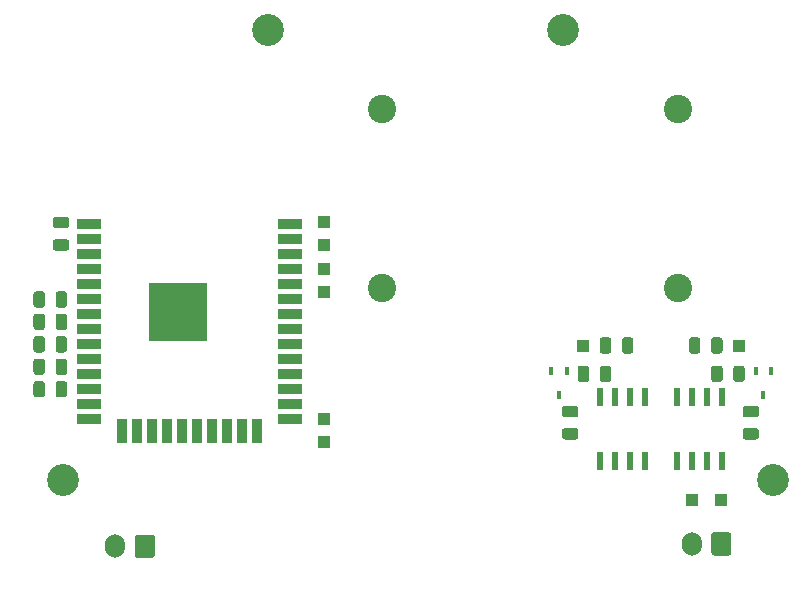
<source format=gts>
G04 #@! TF.GenerationSoftware,KiCad,Pcbnew,(5.1.9-0-10_14)*
G04 #@! TF.CreationDate,2021-10-10T20:01:10+11:00*
G04 #@! TF.ProjectId,Control Board,436f6e74-726f-46c2-9042-6f6172642e6b,rev?*
G04 #@! TF.SameCoordinates,Original*
G04 #@! TF.FileFunction,Soldermask,Top*
G04 #@! TF.FilePolarity,Negative*
%FSLAX46Y46*%
G04 Gerber Fmt 4.6, Leading zero omitted, Abs format (unit mm)*
G04 Created by KiCad (PCBNEW (5.1.9-0-10_14)) date 2021-10-10 20:01:10*
%MOMM*%
%LPD*%
G01*
G04 APERTURE LIST*
%ADD10C,2.700000*%
%ADD11R,1.000000X1.000000*%
%ADD12R,2.000000X0.900000*%
%ADD13R,0.900000X2.000000*%
%ADD14R,5.000000X5.000000*%
%ADD15O,1.700000X2.000000*%
%ADD16C,2.400000*%
%ADD17R,0.450000X0.700000*%
%ADD18R,0.600000X1.550000*%
G04 APERTURE END LIST*
D10*
X139300000Y-140500000D03*
X79200000Y-140500000D03*
X121500000Y-102400000D03*
X96500000Y-102400000D03*
D11*
X101300000Y-137300000D03*
X101300000Y-118600000D03*
X101300000Y-135300000D03*
X101300000Y-122600000D03*
X101300000Y-124600000D03*
X101300000Y-120600000D03*
X136400000Y-129100000D03*
X132400000Y-142200000D03*
X134900000Y-142200000D03*
X123225000Y-129100000D03*
D12*
X98400000Y-118790000D03*
X98400000Y-120060000D03*
X98400000Y-121330000D03*
X98400000Y-122600000D03*
X98400000Y-123870000D03*
X98400000Y-125140000D03*
X98400000Y-126410000D03*
X98400000Y-127680000D03*
X98400000Y-128950000D03*
X98400000Y-130220000D03*
X98400000Y-131490000D03*
X98400000Y-132760000D03*
X98400000Y-134030000D03*
X98400000Y-135300000D03*
D13*
X95615000Y-136300000D03*
X94345000Y-136300000D03*
X93075000Y-136300000D03*
X91805000Y-136300000D03*
X90535000Y-136300000D03*
X89265000Y-136300000D03*
X87995000Y-136300000D03*
X86725000Y-136300000D03*
X85455000Y-136300000D03*
X84185000Y-136300000D03*
D12*
X81400000Y-135300000D03*
X81400000Y-134030000D03*
X81400000Y-132760000D03*
X81400000Y-131490000D03*
X81400000Y-130220000D03*
X81400000Y-128950000D03*
X81400000Y-127680000D03*
X81400000Y-126410000D03*
X81400000Y-125140000D03*
X81400000Y-123870000D03*
X81400000Y-122600000D03*
X81400000Y-121330000D03*
X81400000Y-120060000D03*
X81400000Y-118790000D03*
D14*
X88900000Y-126290000D03*
G36*
G01*
X86950000Y-145350000D02*
X86950000Y-146850000D01*
G75*
G02*
X86700000Y-147100000I-250000J0D01*
G01*
X85500000Y-147100000D01*
G75*
G02*
X85250000Y-146850000I0J250000D01*
G01*
X85250000Y-145350000D01*
G75*
G02*
X85500000Y-145100000I250000J0D01*
G01*
X86700000Y-145100000D01*
G75*
G02*
X86950000Y-145350000I0J-250000D01*
G01*
G37*
D15*
X83600000Y-146100000D03*
G36*
G01*
X78537500Y-125656250D02*
X78537500Y-124743750D01*
G75*
G02*
X78781250Y-124500000I243750J0D01*
G01*
X79268750Y-124500000D01*
G75*
G02*
X79512500Y-124743750I0J-243750D01*
G01*
X79512500Y-125656250D01*
G75*
G02*
X79268750Y-125900000I-243750J0D01*
G01*
X78781250Y-125900000D01*
G75*
G02*
X78537500Y-125656250I0J243750D01*
G01*
G37*
G36*
G01*
X76662500Y-125656250D02*
X76662500Y-124743750D01*
G75*
G02*
X76906250Y-124500000I243750J0D01*
G01*
X77393750Y-124500000D01*
G75*
G02*
X77637500Y-124743750I0J-243750D01*
G01*
X77637500Y-125656250D01*
G75*
G02*
X77393750Y-125900000I-243750J0D01*
G01*
X76906250Y-125900000D01*
G75*
G02*
X76662500Y-125656250I0J243750D01*
G01*
G37*
D16*
X106150000Y-109100000D03*
X106150000Y-124210000D03*
X131250000Y-109100000D03*
X131250000Y-124210000D03*
G36*
G01*
X135912500Y-131956250D02*
X135912500Y-131043750D01*
G75*
G02*
X136156250Y-130800000I243750J0D01*
G01*
X136643750Y-130800000D01*
G75*
G02*
X136887500Y-131043750I0J-243750D01*
G01*
X136887500Y-131956250D01*
G75*
G02*
X136643750Y-132200000I-243750J0D01*
G01*
X136156250Y-132200000D01*
G75*
G02*
X135912500Y-131956250I0J243750D01*
G01*
G37*
G36*
G01*
X134037500Y-131956250D02*
X134037500Y-131043750D01*
G75*
G02*
X134281250Y-130800000I243750J0D01*
G01*
X134768750Y-130800000D01*
G75*
G02*
X135012500Y-131043750I0J-243750D01*
G01*
X135012500Y-131956250D01*
G75*
G02*
X134768750Y-132200000I-243750J0D01*
G01*
X134281250Y-132200000D01*
G75*
G02*
X134037500Y-131956250I0J243750D01*
G01*
G37*
G36*
G01*
X133137500Y-128643750D02*
X133137500Y-129556250D01*
G75*
G02*
X132893750Y-129800000I-243750J0D01*
G01*
X132406250Y-129800000D01*
G75*
G02*
X132162500Y-129556250I0J243750D01*
G01*
X132162500Y-128643750D01*
G75*
G02*
X132406250Y-128400000I243750J0D01*
G01*
X132893750Y-128400000D01*
G75*
G02*
X133137500Y-128643750I0J-243750D01*
G01*
G37*
G36*
G01*
X135012500Y-128643750D02*
X135012500Y-129556250D01*
G75*
G02*
X134768750Y-129800000I-243750J0D01*
G01*
X134281250Y-129800000D01*
G75*
G02*
X134037500Y-129556250I0J243750D01*
G01*
X134037500Y-128643750D01*
G75*
G02*
X134281250Y-128400000I243750J0D01*
G01*
X134768750Y-128400000D01*
G75*
G02*
X135012500Y-128643750I0J-243750D01*
G01*
G37*
G36*
G01*
X137856250Y-135187500D02*
X136943750Y-135187500D01*
G75*
G02*
X136700000Y-134943750I0J243750D01*
G01*
X136700000Y-134456250D01*
G75*
G02*
X136943750Y-134212500I243750J0D01*
G01*
X137856250Y-134212500D01*
G75*
G02*
X138100000Y-134456250I0J-243750D01*
G01*
X138100000Y-134943750D01*
G75*
G02*
X137856250Y-135187500I-243750J0D01*
G01*
G37*
G36*
G01*
X137856250Y-137062500D02*
X136943750Y-137062500D01*
G75*
G02*
X136700000Y-136818750I0J243750D01*
G01*
X136700000Y-136331250D01*
G75*
G02*
X136943750Y-136087500I243750J0D01*
G01*
X137856250Y-136087500D01*
G75*
G02*
X138100000Y-136331250I0J-243750D01*
G01*
X138100000Y-136818750D01*
G75*
G02*
X137856250Y-137062500I-243750J0D01*
G01*
G37*
G36*
G01*
X122556250Y-135187500D02*
X121643750Y-135187500D01*
G75*
G02*
X121400000Y-134943750I0J243750D01*
G01*
X121400000Y-134456250D01*
G75*
G02*
X121643750Y-134212500I243750J0D01*
G01*
X122556250Y-134212500D01*
G75*
G02*
X122800000Y-134456250I0J-243750D01*
G01*
X122800000Y-134943750D01*
G75*
G02*
X122556250Y-135187500I-243750J0D01*
G01*
G37*
G36*
G01*
X122556250Y-137062500D02*
X121643750Y-137062500D01*
G75*
G02*
X121400000Y-136818750I0J243750D01*
G01*
X121400000Y-136331250D01*
G75*
G02*
X121643750Y-136087500I243750J0D01*
G01*
X122556250Y-136087500D01*
G75*
G02*
X122800000Y-136331250I0J-243750D01*
G01*
X122800000Y-136818750D01*
G75*
G02*
X122556250Y-137062500I-243750J0D01*
G01*
G37*
G36*
G01*
X126487500Y-129556250D02*
X126487500Y-128643750D01*
G75*
G02*
X126731250Y-128400000I243750J0D01*
G01*
X127218750Y-128400000D01*
G75*
G02*
X127462500Y-128643750I0J-243750D01*
G01*
X127462500Y-129556250D01*
G75*
G02*
X127218750Y-129800000I-243750J0D01*
G01*
X126731250Y-129800000D01*
G75*
G02*
X126487500Y-129556250I0J243750D01*
G01*
G37*
G36*
G01*
X124612500Y-129556250D02*
X124612500Y-128643750D01*
G75*
G02*
X124856250Y-128400000I243750J0D01*
G01*
X125343750Y-128400000D01*
G75*
G02*
X125587500Y-128643750I0J-243750D01*
G01*
X125587500Y-129556250D01*
G75*
G02*
X125343750Y-129800000I-243750J0D01*
G01*
X124856250Y-129800000D01*
G75*
G02*
X124612500Y-129556250I0J243750D01*
G01*
G37*
G36*
G01*
X124612500Y-131956250D02*
X124612500Y-131043750D01*
G75*
G02*
X124856250Y-130800000I243750J0D01*
G01*
X125343750Y-130800000D01*
G75*
G02*
X125587500Y-131043750I0J-243750D01*
G01*
X125587500Y-131956250D01*
G75*
G02*
X125343750Y-132200000I-243750J0D01*
G01*
X124856250Y-132200000D01*
G75*
G02*
X124612500Y-131956250I0J243750D01*
G01*
G37*
G36*
G01*
X122737500Y-131956250D02*
X122737500Y-131043750D01*
G75*
G02*
X122981250Y-130800000I243750J0D01*
G01*
X123468750Y-130800000D01*
G75*
G02*
X123712500Y-131043750I0J-243750D01*
G01*
X123712500Y-131956250D01*
G75*
G02*
X123468750Y-132200000I-243750J0D01*
G01*
X122981250Y-132200000D01*
G75*
G02*
X122737500Y-131956250I0J243750D01*
G01*
G37*
G36*
G01*
X78537500Y-129456250D02*
X78537500Y-128543750D01*
G75*
G02*
X78781250Y-128300000I243750J0D01*
G01*
X79268750Y-128300000D01*
G75*
G02*
X79512500Y-128543750I0J-243750D01*
G01*
X79512500Y-129456250D01*
G75*
G02*
X79268750Y-129700000I-243750J0D01*
G01*
X78781250Y-129700000D01*
G75*
G02*
X78537500Y-129456250I0J243750D01*
G01*
G37*
G36*
G01*
X76662500Y-129456250D02*
X76662500Y-128543750D01*
G75*
G02*
X76906250Y-128300000I243750J0D01*
G01*
X77393750Y-128300000D01*
G75*
G02*
X77637500Y-128543750I0J-243750D01*
G01*
X77637500Y-129456250D01*
G75*
G02*
X77393750Y-129700000I-243750J0D01*
G01*
X76906250Y-129700000D01*
G75*
G02*
X76662500Y-129456250I0J243750D01*
G01*
G37*
G36*
G01*
X78537500Y-127556250D02*
X78537500Y-126643750D01*
G75*
G02*
X78781250Y-126400000I243750J0D01*
G01*
X79268750Y-126400000D01*
G75*
G02*
X79512500Y-126643750I0J-243750D01*
G01*
X79512500Y-127556250D01*
G75*
G02*
X79268750Y-127800000I-243750J0D01*
G01*
X78781250Y-127800000D01*
G75*
G02*
X78537500Y-127556250I0J243750D01*
G01*
G37*
G36*
G01*
X76662500Y-127556250D02*
X76662500Y-126643750D01*
G75*
G02*
X76906250Y-126400000I243750J0D01*
G01*
X77393750Y-126400000D01*
G75*
G02*
X77637500Y-126643750I0J-243750D01*
G01*
X77637500Y-127556250D01*
G75*
G02*
X77393750Y-127800000I-243750J0D01*
G01*
X76906250Y-127800000D01*
G75*
G02*
X76662500Y-127556250I0J243750D01*
G01*
G37*
G36*
G01*
X78537500Y-133256250D02*
X78537500Y-132343750D01*
G75*
G02*
X78781250Y-132100000I243750J0D01*
G01*
X79268750Y-132100000D01*
G75*
G02*
X79512500Y-132343750I0J-243750D01*
G01*
X79512500Y-133256250D01*
G75*
G02*
X79268750Y-133500000I-243750J0D01*
G01*
X78781250Y-133500000D01*
G75*
G02*
X78537500Y-133256250I0J243750D01*
G01*
G37*
G36*
G01*
X76662500Y-133256250D02*
X76662500Y-132343750D01*
G75*
G02*
X76906250Y-132100000I243750J0D01*
G01*
X77393750Y-132100000D01*
G75*
G02*
X77637500Y-132343750I0J-243750D01*
G01*
X77637500Y-133256250D01*
G75*
G02*
X77393750Y-133500000I-243750J0D01*
G01*
X76906250Y-133500000D01*
G75*
G02*
X76662500Y-133256250I0J243750D01*
G01*
G37*
G36*
G01*
X79456250Y-119187500D02*
X78543750Y-119187500D01*
G75*
G02*
X78300000Y-118943750I0J243750D01*
G01*
X78300000Y-118456250D01*
G75*
G02*
X78543750Y-118212500I243750J0D01*
G01*
X79456250Y-118212500D01*
G75*
G02*
X79700000Y-118456250I0J-243750D01*
G01*
X79700000Y-118943750D01*
G75*
G02*
X79456250Y-119187500I-243750J0D01*
G01*
G37*
G36*
G01*
X79456250Y-121062500D02*
X78543750Y-121062500D01*
G75*
G02*
X78300000Y-120818750I0J243750D01*
G01*
X78300000Y-120331250D01*
G75*
G02*
X78543750Y-120087500I243750J0D01*
G01*
X79456250Y-120087500D01*
G75*
G02*
X79700000Y-120331250I0J-243750D01*
G01*
X79700000Y-120818750D01*
G75*
G02*
X79456250Y-121062500I-243750J0D01*
G01*
G37*
D17*
X138450000Y-133250000D03*
X137800000Y-131250000D03*
X139100000Y-131250000D03*
X121150000Y-133250000D03*
X120500000Y-131250000D03*
X121800000Y-131250000D03*
D18*
X134970000Y-133500000D03*
X133700000Y-133500000D03*
X132430000Y-133500000D03*
X131160000Y-133500000D03*
X131160000Y-138900000D03*
X132430000Y-138900000D03*
X133700000Y-138900000D03*
X134970000Y-138900000D03*
X128440000Y-138900000D03*
X127170000Y-138900000D03*
X125900000Y-138900000D03*
X124630000Y-138900000D03*
X124630000Y-133500000D03*
X125900000Y-133500000D03*
X127170000Y-133500000D03*
X128440000Y-133500000D03*
G36*
G01*
X135750000Y-145150000D02*
X135750000Y-146650000D01*
G75*
G02*
X135500000Y-146900000I-250000J0D01*
G01*
X134300000Y-146900000D01*
G75*
G02*
X134050000Y-146650000I0J250000D01*
G01*
X134050000Y-145150000D01*
G75*
G02*
X134300000Y-144900000I250000J0D01*
G01*
X135500000Y-144900000D01*
G75*
G02*
X135750000Y-145150000I0J-250000D01*
G01*
G37*
D15*
X132400000Y-145900000D03*
G36*
G01*
X76662500Y-131356250D02*
X76662500Y-130443750D01*
G75*
G02*
X76906250Y-130200000I243750J0D01*
G01*
X77393750Y-130200000D01*
G75*
G02*
X77637500Y-130443750I0J-243750D01*
G01*
X77637500Y-131356250D01*
G75*
G02*
X77393750Y-131600000I-243750J0D01*
G01*
X76906250Y-131600000D01*
G75*
G02*
X76662500Y-131356250I0J243750D01*
G01*
G37*
G36*
G01*
X78537500Y-131356250D02*
X78537500Y-130443750D01*
G75*
G02*
X78781250Y-130200000I243750J0D01*
G01*
X79268750Y-130200000D01*
G75*
G02*
X79512500Y-130443750I0J-243750D01*
G01*
X79512500Y-131356250D01*
G75*
G02*
X79268750Y-131600000I-243750J0D01*
G01*
X78781250Y-131600000D01*
G75*
G02*
X78537500Y-131356250I0J243750D01*
G01*
G37*
M02*

</source>
